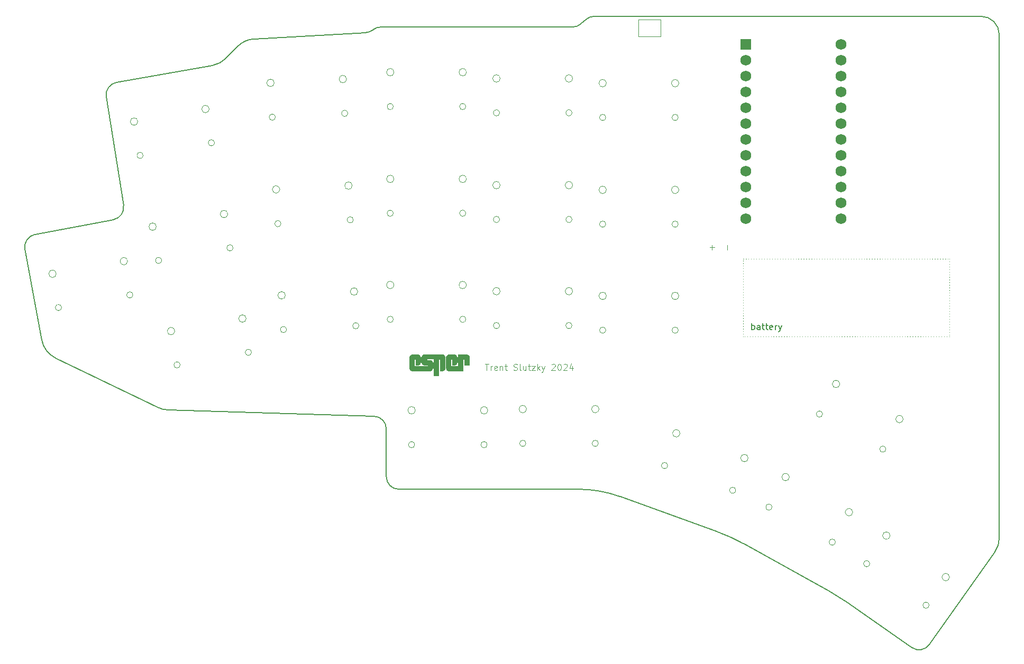
<source format=gbr>
%TF.GenerationSoftware,KiCad,Pcbnew,8.0.6*%
%TF.CreationDate,2024-11-17T18:27:12-05:00*%
%TF.ProjectId,ultra_lp_keeb,756c7472-615f-46c7-905f-6b6565622e6b,rev?*%
%TF.SameCoordinates,Original*%
%TF.FileFunction,Legend,Top*%
%TF.FilePolarity,Positive*%
%FSLAX46Y46*%
G04 Gerber Fmt 4.6, Leading zero omitted, Abs format (unit mm)*
G04 Created by KiCad (PCBNEW 8.0.6) date 2024-11-17 18:27:12*
%MOMM*%
%LPD*%
G01*
G04 APERTURE LIST*
%ADD10C,0.100000*%
%ADD11C,0.150000*%
%ADD12C,0.000000*%
%ADD13R,1.752600X1.752600*%
%ADD14C,1.752600*%
%TA.AperFunction,Profile*%
%ADD15C,0.200000*%
%TD*%
%TA.AperFunction,Profile*%
%ADD16C,0.100000*%
%TD*%
G04 APERTURE END LIST*
D10*
X182000000Y-94500000D02*
X182020000Y-94500000D01*
X182420000Y-94500000D02*
X182440000Y-94500000D01*
X182840000Y-94500000D02*
X182860000Y-94500000D01*
X183260000Y-94500000D02*
X183280000Y-94500000D01*
X183680000Y-94500000D02*
X183700000Y-94500000D01*
X184100000Y-94500000D02*
X184120000Y-94500000D01*
X184520000Y-94500000D02*
X184540000Y-94500000D01*
X184940000Y-94500000D02*
X184960000Y-94500000D01*
X185360000Y-94500000D02*
X185380000Y-94500000D01*
X185780000Y-94500000D02*
X185800000Y-94500000D01*
X186200000Y-94500000D02*
X186220000Y-94500000D01*
X186620000Y-94500000D02*
X186640000Y-94500000D01*
X187040000Y-94500000D02*
X187060000Y-94500000D01*
X187460000Y-94500000D02*
X187480000Y-94500000D01*
X187880000Y-94500000D02*
X187900000Y-94500000D01*
X188300000Y-94500000D02*
X188320000Y-94500000D01*
X188720000Y-94500000D02*
X188740000Y-94500000D01*
X189140000Y-94500000D02*
X189160000Y-94500000D01*
X189560000Y-94500000D02*
X189580000Y-94500000D01*
X189980000Y-94500000D02*
X190000000Y-94500000D01*
X190400000Y-94500000D02*
X190420000Y-94500000D01*
X190820000Y-94500000D02*
X190840000Y-94500000D01*
X191240000Y-94500000D02*
X191260000Y-94500000D01*
X191660000Y-94500000D02*
X191680000Y-94500000D01*
X192080000Y-94500000D02*
X192100000Y-94500000D01*
X192500000Y-94500000D02*
X192520000Y-94500000D01*
X192920000Y-94500000D02*
X192940000Y-94500000D01*
X193340000Y-94500000D02*
X193360000Y-94500000D01*
X193760000Y-94500000D02*
X193780000Y-94500000D01*
X194180000Y-94500000D02*
X194200000Y-94500000D01*
X194600000Y-94500000D02*
X194620000Y-94500000D01*
X195020000Y-94500000D02*
X195040000Y-94500000D01*
X195440000Y-94500000D02*
X195460000Y-94500000D01*
X195860000Y-94500000D02*
X195880000Y-94500000D01*
X196280000Y-94500000D02*
X196300000Y-94500000D01*
X196700000Y-94500000D02*
X196720000Y-94500000D01*
X197120000Y-94500000D02*
X197140000Y-94500000D01*
X197540000Y-94500000D02*
X197560000Y-94500000D01*
X197960000Y-94500000D02*
X197980000Y-94500000D01*
X198380000Y-94500000D02*
X198400000Y-94500000D01*
X198800000Y-94500000D02*
X198820000Y-94500000D01*
X199220000Y-94500000D02*
X199240000Y-94500000D01*
X199640000Y-94500000D02*
X199660000Y-94500000D01*
X200060000Y-94500000D02*
X200080000Y-94500000D01*
X200480000Y-94500000D02*
X200500000Y-94500000D01*
X200900000Y-94500000D02*
X200920000Y-94500000D01*
X201320000Y-94500000D02*
X201340000Y-94500000D01*
X201740000Y-94500000D02*
X201760000Y-94500000D01*
X202160000Y-94500000D02*
X202180000Y-94500000D01*
X202580000Y-94500000D02*
X202600000Y-94500000D01*
X203000000Y-94500000D02*
X203020000Y-94500000D01*
X203420000Y-94500000D02*
X203440000Y-94500000D01*
X203840000Y-94500000D02*
X203860000Y-94500000D01*
X204260000Y-94500000D02*
X204280000Y-94500000D01*
X204680000Y-94500000D02*
X204700000Y-94500000D01*
X205100000Y-94500000D02*
X205120000Y-94500000D01*
X205520000Y-94500000D02*
X205540000Y-94500000D01*
X205940000Y-94500000D02*
X205960000Y-94500000D01*
X206360000Y-94500000D02*
X206380000Y-94500000D01*
X206780000Y-94500000D02*
X206800000Y-94500000D01*
X207200000Y-94500000D02*
X207220000Y-94500000D01*
X207620000Y-94500000D02*
X207640000Y-94500000D01*
X208040000Y-94500000D02*
X208060000Y-94500000D01*
X208460000Y-94500000D02*
X208480000Y-94500000D01*
X208880000Y-94500000D02*
X208900000Y-94500000D01*
X209300000Y-94500000D02*
X209320000Y-94500000D01*
X209720000Y-94500000D02*
X209740000Y-94500000D01*
X210140000Y-94500000D02*
X210160000Y-94500000D01*
X210560000Y-94500000D02*
X210580000Y-94500000D01*
X210980000Y-94500000D02*
X211000000Y-94500000D01*
X211400000Y-94500000D02*
X211420000Y-94500000D01*
X211820000Y-94500000D02*
X211840000Y-94500000D01*
X212240000Y-94500000D02*
X212260000Y-94500000D01*
X212660000Y-94500000D02*
X212680000Y-94500000D01*
X213080000Y-94500000D02*
X213100000Y-94500000D01*
X213500000Y-94500000D02*
X213520000Y-94500000D01*
X213920000Y-94500000D02*
X213940000Y-94500000D01*
X214340000Y-94500000D02*
X214360000Y-94500000D01*
X214760000Y-94500000D02*
X214780000Y-94500000D01*
X215000000Y-94500000D02*
X215000000Y-94520000D01*
X215000000Y-94920000D02*
X215000000Y-94940000D01*
X215000000Y-95340000D02*
X215000000Y-95360000D01*
X215000000Y-95760000D02*
X215000000Y-95780000D01*
X215000000Y-96180000D02*
X215000000Y-96200000D01*
X215000000Y-96600000D02*
X215000000Y-96620000D01*
X215000000Y-97020000D02*
X215000000Y-97040000D01*
X215000000Y-97440000D02*
X215000000Y-97460000D01*
X215000000Y-97860000D02*
X215000000Y-97880000D01*
X215000000Y-98280000D02*
X215000000Y-98300000D01*
X215000000Y-98700000D02*
X215000000Y-98720000D01*
X215000000Y-99120000D02*
X215000000Y-99140000D01*
X215000000Y-99540000D02*
X215000000Y-99560000D01*
X215000000Y-99960000D02*
X215000000Y-99980000D01*
X215000000Y-100380000D02*
X215000000Y-100400000D01*
X215000000Y-100800000D02*
X215000000Y-100820000D01*
X215000000Y-101220000D02*
X215000000Y-101240000D01*
X215000000Y-101640000D02*
X215000000Y-101660000D01*
X215000000Y-102060000D02*
X215000000Y-102080000D01*
X215000000Y-102480000D02*
X215000000Y-102500000D01*
X215000000Y-102900000D02*
X215000000Y-102920000D01*
X215000000Y-103320000D02*
X215000000Y-103340000D01*
X215000000Y-103740000D02*
X215000000Y-103760000D01*
X215000000Y-104160000D02*
X215000000Y-104180000D01*
X215000000Y-104580000D02*
X215000000Y-104600000D01*
X215000000Y-105000000D02*
X215000000Y-105020000D01*
X215000000Y-105420000D02*
X215000000Y-105440000D01*
X215000000Y-105840000D02*
X215000000Y-105860000D01*
X215000000Y-106260000D02*
X215000000Y-106280000D01*
X215000000Y-106680000D02*
X215000000Y-106700000D01*
X215000000Y-107000000D02*
X214980000Y-107000000D01*
X214580000Y-107000000D02*
X214560000Y-107000000D01*
X214160000Y-107000000D02*
X214140000Y-107000000D01*
X213740000Y-107000000D02*
X213720000Y-107000000D01*
X213320000Y-107000000D02*
X213300000Y-107000000D01*
X212900000Y-107000000D02*
X212880000Y-107000000D01*
X212480000Y-107000000D02*
X212460000Y-107000000D01*
X212060000Y-107000000D02*
X212040000Y-107000000D01*
X211640000Y-107000000D02*
X211620000Y-107000000D01*
X211220000Y-107000000D02*
X211200000Y-107000000D01*
X210800000Y-107000000D02*
X210780000Y-107000000D01*
X210380000Y-107000000D02*
X210360000Y-107000000D01*
X209960000Y-107000000D02*
X209940000Y-107000000D01*
X209540000Y-107000000D02*
X209520000Y-107000000D01*
X209120000Y-107000000D02*
X209100000Y-107000000D01*
X208700000Y-107000000D02*
X208680000Y-107000000D01*
X208280000Y-107000000D02*
X208260000Y-107000000D01*
X207860000Y-107000000D02*
X207840000Y-107000000D01*
X207440000Y-107000000D02*
X207420000Y-107000000D01*
X207020000Y-107000000D02*
X207000000Y-107000000D01*
X206600000Y-107000000D02*
X206580000Y-107000000D01*
X206180000Y-107000000D02*
X206160000Y-107000000D01*
X205760000Y-107000000D02*
X205740000Y-107000000D01*
X205340000Y-107000000D02*
X205320000Y-107000000D01*
X204920000Y-107000000D02*
X204900000Y-107000000D01*
X204500000Y-107000000D02*
X204480000Y-107000000D01*
X204080000Y-107000000D02*
X204060000Y-107000000D01*
X203660000Y-107000000D02*
X203640000Y-107000000D01*
X203240000Y-107000000D02*
X203220000Y-107000000D01*
X202820000Y-107000000D02*
X202800000Y-107000000D01*
X202400000Y-107000000D02*
X202380000Y-107000000D01*
X201980000Y-107000000D02*
X201960000Y-107000000D01*
X201560000Y-107000000D02*
X201540000Y-107000000D01*
X201140000Y-107000000D02*
X201120000Y-107000000D01*
X200720000Y-107000000D02*
X200700000Y-107000000D01*
X200300000Y-107000000D02*
X200280000Y-107000000D01*
X199880000Y-107000000D02*
X199860000Y-107000000D01*
X199460000Y-107000000D02*
X199440000Y-107000000D01*
X199040000Y-107000000D02*
X199020000Y-107000000D01*
X198620000Y-107000000D02*
X198600000Y-107000000D01*
X198200000Y-107000000D02*
X198180000Y-107000000D01*
X197780000Y-107000000D02*
X197760000Y-107000000D01*
X197360000Y-107000000D02*
X197340000Y-107000000D01*
X196940000Y-107000000D02*
X196920000Y-107000000D01*
X196520000Y-107000000D02*
X196500000Y-107000000D01*
X196100000Y-107000000D02*
X196080000Y-107000000D01*
X195680000Y-107000000D02*
X195660000Y-107000000D01*
X195260000Y-107000000D02*
X195240000Y-107000000D01*
X194840000Y-107000000D02*
X194820000Y-107000000D01*
X194420000Y-107000000D02*
X194400000Y-107000000D01*
X194000000Y-107000000D02*
X193980000Y-107000000D01*
X193580000Y-107000000D02*
X193560000Y-107000000D01*
X193160000Y-107000000D02*
X193140000Y-107000000D01*
X192740000Y-107000000D02*
X192720000Y-107000000D01*
X192320000Y-107000000D02*
X192300000Y-107000000D01*
X191900000Y-107000000D02*
X191880000Y-107000000D01*
X191480000Y-107000000D02*
X191460000Y-107000000D01*
X191060000Y-107000000D02*
X191040000Y-107000000D01*
X190640000Y-107000000D02*
X190620000Y-107000000D01*
X190220000Y-107000000D02*
X190200000Y-107000000D01*
X189800000Y-107000000D02*
X189780000Y-107000000D01*
X189380000Y-107000000D02*
X189360000Y-107000000D01*
X188960000Y-107000000D02*
X188940000Y-107000000D01*
X188540000Y-107000000D02*
X188520000Y-107000000D01*
X188120000Y-107000000D02*
X188100000Y-107000000D01*
X187700000Y-107000000D02*
X187680000Y-107000000D01*
X187280000Y-107000000D02*
X187260000Y-107000000D01*
X186860000Y-107000000D02*
X186840000Y-107000000D01*
X186440000Y-107000000D02*
X186420000Y-107000000D01*
X186020000Y-107000000D02*
X186000000Y-107000000D01*
X185600000Y-107000000D02*
X185580000Y-107000000D01*
X185180000Y-107000000D02*
X185160000Y-107000000D01*
X184760000Y-107000000D02*
X184740000Y-107000000D01*
X184340000Y-107000000D02*
X184320000Y-107000000D01*
X183920000Y-107000000D02*
X183900000Y-107000000D01*
X183500000Y-107000000D02*
X183480000Y-107000000D01*
X183080000Y-107000000D02*
X183060000Y-107000000D01*
X182660000Y-107000000D02*
X182640000Y-107000000D01*
X182240000Y-107000000D02*
X182220000Y-107000000D01*
X182000000Y-107000000D02*
X182000000Y-106980000D01*
X182000000Y-106580000D02*
X182000000Y-106560000D01*
X182000000Y-106160000D02*
X182000000Y-106140000D01*
X182000000Y-105740000D02*
X182000000Y-105720000D01*
X182000000Y-105320000D02*
X182000000Y-105300000D01*
X182000000Y-104900000D02*
X182000000Y-104880000D01*
X182000000Y-104480000D02*
X182000000Y-104460000D01*
X182000000Y-104060000D02*
X182000000Y-104040000D01*
X182000000Y-103640000D02*
X182000000Y-103620000D01*
X182000000Y-103220000D02*
X182000000Y-103200000D01*
X182000000Y-102800000D02*
X182000000Y-102780000D01*
X182000000Y-102380000D02*
X182000000Y-102360000D01*
X182000000Y-101960000D02*
X182000000Y-101940000D01*
X182000000Y-101540000D02*
X182000000Y-101520000D01*
X182000000Y-101120000D02*
X182000000Y-101100000D01*
X182000000Y-100700000D02*
X182000000Y-100680000D01*
X182000000Y-100280000D02*
X182000000Y-100260000D01*
X182000000Y-99860000D02*
X182000000Y-99840000D01*
X182000000Y-99440000D02*
X182000000Y-99420000D01*
X182000000Y-99020000D02*
X182000000Y-99000000D01*
X182000000Y-98600000D02*
X182000000Y-98580000D01*
X182000000Y-98180000D02*
X182000000Y-98160000D01*
X182000000Y-97760000D02*
X182000000Y-97740000D01*
X182000000Y-97340000D02*
X182000000Y-97320000D01*
X182000000Y-96920000D02*
X182000000Y-96900000D01*
X182000000Y-96500000D02*
X182000000Y-96480000D01*
X182000000Y-96080000D02*
X182000000Y-96060000D01*
X182000000Y-95660000D02*
X182000000Y-95640000D01*
X182000000Y-95240000D02*
X182000000Y-95220000D01*
X182000000Y-94820000D02*
X182000000Y-94800000D01*
D11*
X183336779Y-105869819D02*
X183336779Y-104869819D01*
X183336779Y-105250771D02*
X183432017Y-105203152D01*
X183432017Y-105203152D02*
X183622493Y-105203152D01*
X183622493Y-105203152D02*
X183717731Y-105250771D01*
X183717731Y-105250771D02*
X183765350Y-105298390D01*
X183765350Y-105298390D02*
X183812969Y-105393628D01*
X183812969Y-105393628D02*
X183812969Y-105679342D01*
X183812969Y-105679342D02*
X183765350Y-105774580D01*
X183765350Y-105774580D02*
X183717731Y-105822200D01*
X183717731Y-105822200D02*
X183622493Y-105869819D01*
X183622493Y-105869819D02*
X183432017Y-105869819D01*
X183432017Y-105869819D02*
X183336779Y-105822200D01*
X184670112Y-105869819D02*
X184670112Y-105346009D01*
X184670112Y-105346009D02*
X184622493Y-105250771D01*
X184622493Y-105250771D02*
X184527255Y-105203152D01*
X184527255Y-105203152D02*
X184336779Y-105203152D01*
X184336779Y-105203152D02*
X184241541Y-105250771D01*
X184670112Y-105822200D02*
X184574874Y-105869819D01*
X184574874Y-105869819D02*
X184336779Y-105869819D01*
X184336779Y-105869819D02*
X184241541Y-105822200D01*
X184241541Y-105822200D02*
X184193922Y-105726961D01*
X184193922Y-105726961D02*
X184193922Y-105631723D01*
X184193922Y-105631723D02*
X184241541Y-105536485D01*
X184241541Y-105536485D02*
X184336779Y-105488866D01*
X184336779Y-105488866D02*
X184574874Y-105488866D01*
X184574874Y-105488866D02*
X184670112Y-105441247D01*
X185003446Y-105203152D02*
X185384398Y-105203152D01*
X185146303Y-104869819D02*
X185146303Y-105726961D01*
X185146303Y-105726961D02*
X185193922Y-105822200D01*
X185193922Y-105822200D02*
X185289160Y-105869819D01*
X185289160Y-105869819D02*
X185384398Y-105869819D01*
X185574875Y-105203152D02*
X185955827Y-105203152D01*
X185717732Y-104869819D02*
X185717732Y-105726961D01*
X185717732Y-105726961D02*
X185765351Y-105822200D01*
X185765351Y-105822200D02*
X185860589Y-105869819D01*
X185860589Y-105869819D02*
X185955827Y-105869819D01*
X186670113Y-105822200D02*
X186574875Y-105869819D01*
X186574875Y-105869819D02*
X186384399Y-105869819D01*
X186384399Y-105869819D02*
X186289161Y-105822200D01*
X186289161Y-105822200D02*
X186241542Y-105726961D01*
X186241542Y-105726961D02*
X186241542Y-105346009D01*
X186241542Y-105346009D02*
X186289161Y-105250771D01*
X186289161Y-105250771D02*
X186384399Y-105203152D01*
X186384399Y-105203152D02*
X186574875Y-105203152D01*
X186574875Y-105203152D02*
X186670113Y-105250771D01*
X186670113Y-105250771D02*
X186717732Y-105346009D01*
X186717732Y-105346009D02*
X186717732Y-105441247D01*
X186717732Y-105441247D02*
X186241542Y-105536485D01*
X187146304Y-105869819D02*
X187146304Y-105203152D01*
X187146304Y-105393628D02*
X187193923Y-105298390D01*
X187193923Y-105298390D02*
X187241542Y-105250771D01*
X187241542Y-105250771D02*
X187336780Y-105203152D01*
X187336780Y-105203152D02*
X187432018Y-105203152D01*
X187670114Y-105203152D02*
X187908209Y-105869819D01*
X188146304Y-105203152D02*
X187908209Y-105869819D01*
X187908209Y-105869819D02*
X187812971Y-106107914D01*
X187812971Y-106107914D02*
X187765352Y-106155533D01*
X187765352Y-106155533D02*
X187670114Y-106203152D01*
D10*
X140661027Y-111372419D02*
X141232455Y-111372419D01*
X140946741Y-112372419D02*
X140946741Y-111372419D01*
X141565789Y-112372419D02*
X141565789Y-111705752D01*
X141565789Y-111896228D02*
X141613408Y-111800990D01*
X141613408Y-111800990D02*
X141661027Y-111753371D01*
X141661027Y-111753371D02*
X141756265Y-111705752D01*
X141756265Y-111705752D02*
X141851503Y-111705752D01*
X142565789Y-112324800D02*
X142470551Y-112372419D01*
X142470551Y-112372419D02*
X142280075Y-112372419D01*
X142280075Y-112372419D02*
X142184837Y-112324800D01*
X142184837Y-112324800D02*
X142137218Y-112229561D01*
X142137218Y-112229561D02*
X142137218Y-111848609D01*
X142137218Y-111848609D02*
X142184837Y-111753371D01*
X142184837Y-111753371D02*
X142280075Y-111705752D01*
X142280075Y-111705752D02*
X142470551Y-111705752D01*
X142470551Y-111705752D02*
X142565789Y-111753371D01*
X142565789Y-111753371D02*
X142613408Y-111848609D01*
X142613408Y-111848609D02*
X142613408Y-111943847D01*
X142613408Y-111943847D02*
X142137218Y-112039085D01*
X143041980Y-111705752D02*
X143041980Y-112372419D01*
X143041980Y-111800990D02*
X143089599Y-111753371D01*
X143089599Y-111753371D02*
X143184837Y-111705752D01*
X143184837Y-111705752D02*
X143327694Y-111705752D01*
X143327694Y-111705752D02*
X143422932Y-111753371D01*
X143422932Y-111753371D02*
X143470551Y-111848609D01*
X143470551Y-111848609D02*
X143470551Y-112372419D01*
X143803885Y-111705752D02*
X144184837Y-111705752D01*
X143946742Y-111372419D02*
X143946742Y-112229561D01*
X143946742Y-112229561D02*
X143994361Y-112324800D01*
X143994361Y-112324800D02*
X144089599Y-112372419D01*
X144089599Y-112372419D02*
X144184837Y-112372419D01*
X145232457Y-112324800D02*
X145375314Y-112372419D01*
X145375314Y-112372419D02*
X145613409Y-112372419D01*
X145613409Y-112372419D02*
X145708647Y-112324800D01*
X145708647Y-112324800D02*
X145756266Y-112277180D01*
X145756266Y-112277180D02*
X145803885Y-112181942D01*
X145803885Y-112181942D02*
X145803885Y-112086704D01*
X145803885Y-112086704D02*
X145756266Y-111991466D01*
X145756266Y-111991466D02*
X145708647Y-111943847D01*
X145708647Y-111943847D02*
X145613409Y-111896228D01*
X145613409Y-111896228D02*
X145422933Y-111848609D01*
X145422933Y-111848609D02*
X145327695Y-111800990D01*
X145327695Y-111800990D02*
X145280076Y-111753371D01*
X145280076Y-111753371D02*
X145232457Y-111658133D01*
X145232457Y-111658133D02*
X145232457Y-111562895D01*
X145232457Y-111562895D02*
X145280076Y-111467657D01*
X145280076Y-111467657D02*
X145327695Y-111420038D01*
X145327695Y-111420038D02*
X145422933Y-111372419D01*
X145422933Y-111372419D02*
X145661028Y-111372419D01*
X145661028Y-111372419D02*
X145803885Y-111420038D01*
X146375314Y-112372419D02*
X146280076Y-112324800D01*
X146280076Y-112324800D02*
X146232457Y-112229561D01*
X146232457Y-112229561D02*
X146232457Y-111372419D01*
X147184838Y-111705752D02*
X147184838Y-112372419D01*
X146756267Y-111705752D02*
X146756267Y-112229561D01*
X146756267Y-112229561D02*
X146803886Y-112324800D01*
X146803886Y-112324800D02*
X146899124Y-112372419D01*
X146899124Y-112372419D02*
X147041981Y-112372419D01*
X147041981Y-112372419D02*
X147137219Y-112324800D01*
X147137219Y-112324800D02*
X147184838Y-112277180D01*
X147518172Y-111705752D02*
X147899124Y-111705752D01*
X147661029Y-111372419D02*
X147661029Y-112229561D01*
X147661029Y-112229561D02*
X147708648Y-112324800D01*
X147708648Y-112324800D02*
X147803886Y-112372419D01*
X147803886Y-112372419D02*
X147899124Y-112372419D01*
X148137220Y-111705752D02*
X148661029Y-111705752D01*
X148661029Y-111705752D02*
X148137220Y-112372419D01*
X148137220Y-112372419D02*
X148661029Y-112372419D01*
X149041982Y-112372419D02*
X149041982Y-111372419D01*
X149137220Y-111991466D02*
X149422934Y-112372419D01*
X149422934Y-111705752D02*
X149041982Y-112086704D01*
X149756268Y-111705752D02*
X149994363Y-112372419D01*
X150232458Y-111705752D02*
X149994363Y-112372419D01*
X149994363Y-112372419D02*
X149899125Y-112610514D01*
X149899125Y-112610514D02*
X149851506Y-112658133D01*
X149851506Y-112658133D02*
X149756268Y-112705752D01*
X151327697Y-111467657D02*
X151375316Y-111420038D01*
X151375316Y-111420038D02*
X151470554Y-111372419D01*
X151470554Y-111372419D02*
X151708649Y-111372419D01*
X151708649Y-111372419D02*
X151803887Y-111420038D01*
X151803887Y-111420038D02*
X151851506Y-111467657D01*
X151851506Y-111467657D02*
X151899125Y-111562895D01*
X151899125Y-111562895D02*
X151899125Y-111658133D01*
X151899125Y-111658133D02*
X151851506Y-111800990D01*
X151851506Y-111800990D02*
X151280078Y-112372419D01*
X151280078Y-112372419D02*
X151899125Y-112372419D01*
X152518173Y-111372419D02*
X152613411Y-111372419D01*
X152613411Y-111372419D02*
X152708649Y-111420038D01*
X152708649Y-111420038D02*
X152756268Y-111467657D01*
X152756268Y-111467657D02*
X152803887Y-111562895D01*
X152803887Y-111562895D02*
X152851506Y-111753371D01*
X152851506Y-111753371D02*
X152851506Y-111991466D01*
X152851506Y-111991466D02*
X152803887Y-112181942D01*
X152803887Y-112181942D02*
X152756268Y-112277180D01*
X152756268Y-112277180D02*
X152708649Y-112324800D01*
X152708649Y-112324800D02*
X152613411Y-112372419D01*
X152613411Y-112372419D02*
X152518173Y-112372419D01*
X152518173Y-112372419D02*
X152422935Y-112324800D01*
X152422935Y-112324800D02*
X152375316Y-112277180D01*
X152375316Y-112277180D02*
X152327697Y-112181942D01*
X152327697Y-112181942D02*
X152280078Y-111991466D01*
X152280078Y-111991466D02*
X152280078Y-111753371D01*
X152280078Y-111753371D02*
X152327697Y-111562895D01*
X152327697Y-111562895D02*
X152375316Y-111467657D01*
X152375316Y-111467657D02*
X152422935Y-111420038D01*
X152422935Y-111420038D02*
X152518173Y-111372419D01*
X153232459Y-111467657D02*
X153280078Y-111420038D01*
X153280078Y-111420038D02*
X153375316Y-111372419D01*
X153375316Y-111372419D02*
X153613411Y-111372419D01*
X153613411Y-111372419D02*
X153708649Y-111420038D01*
X153708649Y-111420038D02*
X153756268Y-111467657D01*
X153756268Y-111467657D02*
X153803887Y-111562895D01*
X153803887Y-111562895D02*
X153803887Y-111658133D01*
X153803887Y-111658133D02*
X153756268Y-111800990D01*
X153756268Y-111800990D02*
X153184840Y-112372419D01*
X153184840Y-112372419D02*
X153803887Y-112372419D01*
X154661030Y-111705752D02*
X154661030Y-112372419D01*
X154422935Y-111324800D02*
X154184840Y-112039085D01*
X154184840Y-112039085D02*
X154803887Y-112039085D01*
X177008533Y-92303884D02*
X177008533Y-93065789D01*
X176627580Y-92684836D02*
X177389485Y-92684836D01*
X179408533Y-92303884D02*
X179408533Y-93065789D01*
%TO.C,REF\u002A\u002A*%
X165250000Y-56200000D02*
X168750000Y-56200000D01*
X168750000Y-58900000D01*
X165250000Y-58900000D01*
X165250000Y-56200000D01*
D12*
%TO.C,G\u002A\u002A\u002A*%
G36*
X135320942Y-109830480D02*
G01*
X135423852Y-109830482D01*
X135512533Y-109830558D01*
X135588285Y-109830816D01*
X135652409Y-109831362D01*
X135706206Y-109832302D01*
X135750976Y-109833745D01*
X135788020Y-109835795D01*
X135818639Y-109838560D01*
X135844134Y-109842147D01*
X135865805Y-109846663D01*
X135884954Y-109852213D01*
X135902880Y-109858906D01*
X135920885Y-109866846D01*
X135940270Y-109876142D01*
X135952927Y-109882329D01*
X136005189Y-109913977D01*
X136057539Y-109956620D01*
X136105939Y-110006283D01*
X136146349Y-110058989D01*
X136165857Y-110091911D01*
X136177720Y-110115083D01*
X136187891Y-110136296D01*
X136196500Y-110156911D01*
X136203676Y-110178293D01*
X136209550Y-110201803D01*
X136214251Y-110228804D01*
X136217909Y-110260659D01*
X136220653Y-110298732D01*
X136222613Y-110344384D01*
X136223918Y-110398979D01*
X136224698Y-110463879D01*
X136225083Y-110540448D01*
X136225203Y-110630048D01*
X136225193Y-110715714D01*
X136225142Y-110815146D01*
X136224988Y-110900413D01*
X136224617Y-110972880D01*
X136223914Y-111033913D01*
X136222766Y-111084877D01*
X136221057Y-111127138D01*
X136218675Y-111162061D01*
X136215504Y-111191011D01*
X136211429Y-111215353D01*
X136206338Y-111236453D01*
X136200115Y-111255677D01*
X136192647Y-111274390D01*
X136183818Y-111293957D01*
X136175281Y-111312023D01*
X136131218Y-111388577D01*
X136077028Y-111453486D01*
X136012025Y-111507438D01*
X135937185Y-111550335D01*
X135907859Y-111563668D01*
X135880927Y-111574204D01*
X135854015Y-111582268D01*
X135824750Y-111588187D01*
X135790755Y-111592284D01*
X135749658Y-111594885D01*
X135699082Y-111596315D01*
X135636655Y-111596899D01*
X135596607Y-111596978D01*
X135398594Y-111597065D01*
X135394711Y-111125977D01*
X135390829Y-110654888D01*
X135372169Y-110638710D01*
X135352922Y-110625988D01*
X135332514Y-110623307D01*
X135310924Y-110627507D01*
X135303034Y-110629782D01*
X135296242Y-110632806D01*
X135290468Y-110637686D01*
X135285627Y-110645527D01*
X135281638Y-110657434D01*
X135278419Y-110674513D01*
X135275886Y-110697870D01*
X135273958Y-110728609D01*
X135272552Y-110767837D01*
X135271586Y-110816659D01*
X135270977Y-110876180D01*
X135270642Y-110947507D01*
X135270501Y-111031744D01*
X135270469Y-111129997D01*
X135270468Y-111170103D01*
X135270485Y-111272001D01*
X135270579Y-111359522D01*
X135270815Y-111433817D01*
X135271259Y-111496041D01*
X135271976Y-111547345D01*
X135273030Y-111588883D01*
X135274488Y-111621807D01*
X135276414Y-111647271D01*
X135278873Y-111666426D01*
X135281932Y-111680426D01*
X135285654Y-111690424D01*
X135290105Y-111697572D01*
X135295350Y-111703024D01*
X135300856Y-111707472D01*
X135307213Y-111709495D01*
X135321223Y-111711240D01*
X135343765Y-111712722D01*
X135375716Y-111713960D01*
X135417955Y-111714970D01*
X135471360Y-111715768D01*
X135536809Y-111716372D01*
X135615179Y-111716797D01*
X135707350Y-111717061D01*
X135810738Y-111717179D01*
X136308299Y-111717426D01*
X136325151Y-111699487D01*
X136342003Y-111681549D01*
X136343976Y-110757956D01*
X136345950Y-109834363D01*
X137060349Y-109832170D01*
X137183327Y-109831814D01*
X137291757Y-109831559D01*
X137386621Y-109831416D01*
X137468903Y-109831399D01*
X137539584Y-109831522D01*
X137599646Y-109831798D01*
X137650073Y-109832240D01*
X137691847Y-109832861D01*
X137725949Y-109833675D01*
X137753363Y-109834695D01*
X137775070Y-109835934D01*
X137792054Y-109837406D01*
X137805296Y-109839123D01*
X137815779Y-109841100D01*
X137821339Y-109842465D01*
X137899935Y-109870969D01*
X137973094Y-109912082D01*
X138038590Y-109963997D01*
X138094198Y-110024911D01*
X138137692Y-110093015D01*
X138142825Y-110103306D01*
X138152002Y-110122299D01*
X138160105Y-110139547D01*
X138167197Y-110156090D01*
X138173343Y-110172974D01*
X138178606Y-110191241D01*
X138183051Y-110211934D01*
X138186741Y-110236097D01*
X138189741Y-110264773D01*
X138192116Y-110299005D01*
X138193928Y-110339836D01*
X138195242Y-110388310D01*
X138196123Y-110445470D01*
X138196634Y-110512359D01*
X138196839Y-110590021D01*
X138196803Y-110679498D01*
X138196589Y-110781834D01*
X138196262Y-110898072D01*
X138196053Y-110969729D01*
X138194069Y-111659187D01*
X137763100Y-111659187D01*
X137332131Y-111659187D01*
X137328249Y-111155701D01*
X137324366Y-110652214D01*
X137306034Y-110637373D01*
X137279566Y-110624182D01*
X137252652Y-110626427D01*
X137233985Y-110637375D01*
X137215653Y-110652218D01*
X137211770Y-111590554D01*
X137207888Y-112528890D01*
X136035341Y-112529936D01*
X135900938Y-112530012D01*
X135770363Y-112530000D01*
X135644501Y-112529903D01*
X135524238Y-112529726D01*
X135410458Y-112529473D01*
X135304046Y-112529148D01*
X135205887Y-112528755D01*
X135116867Y-112528299D01*
X135037869Y-112527784D01*
X134969780Y-112527212D01*
X134913483Y-112526590D01*
X134869865Y-112525921D01*
X134839809Y-112525208D01*
X134824201Y-112524457D01*
X134822778Y-112524284D01*
X134757043Y-112506961D01*
X134689604Y-112477739D01*
X134625032Y-112438928D01*
X134574511Y-112398946D01*
X134545230Y-112367994D01*
X134514265Y-112327955D01*
X134485439Y-112284266D01*
X134462576Y-112242361D01*
X134459239Y-112235090D01*
X134452895Y-112220839D01*
X134447208Y-112207727D01*
X134442143Y-112194871D01*
X134437662Y-112181387D01*
X134433731Y-112166393D01*
X134430314Y-112149006D01*
X134427374Y-112128342D01*
X134424877Y-112103518D01*
X134422785Y-112073651D01*
X134421063Y-112037858D01*
X134419675Y-111995255D01*
X134418585Y-111944960D01*
X134417757Y-111886090D01*
X134417156Y-111817760D01*
X134416746Y-111739089D01*
X134416490Y-111649192D01*
X134416353Y-111547188D01*
X134416299Y-111432191D01*
X134416291Y-111303320D01*
X134416295Y-111178504D01*
X134416302Y-111040217D01*
X134416332Y-110916577D01*
X134416399Y-110806700D01*
X134416517Y-110709702D01*
X134416700Y-110624698D01*
X134416962Y-110550805D01*
X134417316Y-110487140D01*
X134417777Y-110432818D01*
X134418360Y-110386956D01*
X134419076Y-110348669D01*
X134419942Y-110317074D01*
X134420969Y-110291286D01*
X134422174Y-110270423D01*
X134423568Y-110253600D01*
X134425168Y-110239933D01*
X134426985Y-110228538D01*
X134429035Y-110218532D01*
X134431331Y-110209031D01*
X134431608Y-110207943D01*
X134456192Y-110133732D01*
X134490748Y-110067532D01*
X134537453Y-110005586D01*
X134567352Y-109973718D01*
X134605501Y-109937725D01*
X134639668Y-109910894D01*
X134674680Y-109889600D01*
X134688957Y-109882329D01*
X134709771Y-109872180D01*
X134728436Y-109863450D01*
X134746252Y-109856031D01*
X134764520Y-109849817D01*
X134784540Y-109844702D01*
X134807614Y-109840578D01*
X134835042Y-109837339D01*
X134868125Y-109834878D01*
X134908163Y-109833089D01*
X134956458Y-109831864D01*
X135014310Y-109831097D01*
X135083020Y-109830682D01*
X135163889Y-109830511D01*
X135258217Y-109830478D01*
X135320942Y-109830480D01*
G37*
G36*
X129541659Y-109829117D02*
G01*
X129621680Y-109829500D01*
X129698588Y-109830206D01*
X129770687Y-109831237D01*
X129836284Y-109832593D01*
X129893682Y-109834276D01*
X129941189Y-109836287D01*
X129977109Y-109838627D01*
X129999747Y-109841298D01*
X130003336Y-109842069D01*
X130079088Y-109869223D01*
X130150802Y-109909667D01*
X130216225Y-109961338D01*
X130273103Y-110022173D01*
X130319182Y-110090111D01*
X130351308Y-110160501D01*
X130356782Y-110176788D01*
X130361450Y-110192999D01*
X130365377Y-110210470D01*
X130368627Y-110230540D01*
X130371266Y-110254543D01*
X130373357Y-110283817D01*
X130374967Y-110319698D01*
X130376159Y-110363523D01*
X130376999Y-110416628D01*
X130377551Y-110480349D01*
X130377880Y-110556023D01*
X130378051Y-110644987D01*
X130378109Y-110713394D01*
X130378140Y-110811133D01*
X130378058Y-110894692D01*
X130377797Y-110965421D01*
X130377290Y-111024671D01*
X130376472Y-111073791D01*
X130375277Y-111114133D01*
X130373637Y-111147046D01*
X130371486Y-111173880D01*
X130368758Y-111195986D01*
X130365387Y-111214714D01*
X130361306Y-111231414D01*
X130356449Y-111247437D01*
X130351091Y-111263161D01*
X130315382Y-111342184D01*
X130267183Y-111412848D01*
X130207747Y-111474032D01*
X130138324Y-111524614D01*
X130060166Y-111563472D01*
X129991265Y-111585595D01*
X129969820Y-111590553D01*
X129948893Y-111594296D01*
X129925990Y-111596958D01*
X129898620Y-111598670D01*
X129864291Y-111599564D01*
X129820508Y-111599774D01*
X129764781Y-111599432D01*
X129736057Y-111599143D01*
X129543626Y-111597065D01*
X129539743Y-111119801D01*
X129535861Y-110642536D01*
X129515910Y-110631340D01*
X129488887Y-110624342D01*
X129460971Y-110630258D01*
X129443221Y-110642511D01*
X129440783Y-110646246D01*
X129438687Y-110652948D01*
X129436911Y-110663719D01*
X129435427Y-110679658D01*
X129434210Y-110701869D01*
X129433235Y-110731452D01*
X129432476Y-110769509D01*
X129431908Y-110817140D01*
X129431506Y-110875448D01*
X129431243Y-110945534D01*
X129431095Y-111028499D01*
X129431035Y-111125444D01*
X129431031Y-111169180D01*
X129431031Y-111683658D01*
X129449003Y-111700542D01*
X129466975Y-111717426D01*
X130457620Y-111717426D01*
X130602052Y-111717420D01*
X130731760Y-111717393D01*
X130847554Y-111717335D01*
X130950239Y-111717234D01*
X131040623Y-111717077D01*
X131119514Y-111716854D01*
X131187719Y-111716553D01*
X131246045Y-111716162D01*
X131295301Y-111715669D01*
X131336292Y-111715063D01*
X131369828Y-111714332D01*
X131396714Y-111713465D01*
X131417759Y-111712450D01*
X131433770Y-111711275D01*
X131445554Y-111709929D01*
X131453918Y-111708400D01*
X131459671Y-111706676D01*
X131463620Y-111704746D01*
X131466208Y-111702896D01*
X131480067Y-111684977D01*
X131484152Y-111659187D01*
X131480033Y-111633316D01*
X131466208Y-111615478D01*
X131460380Y-111611474D01*
X131452733Y-111608279D01*
X131441584Y-111605802D01*
X131425251Y-111603952D01*
X131402051Y-111602639D01*
X131370301Y-111601772D01*
X131328317Y-111601262D01*
X131274417Y-111601018D01*
X131206917Y-111600948D01*
X131195715Y-111600948D01*
X131122413Y-111600682D01*
X131057545Y-111599911D01*
X131002537Y-111598677D01*
X130958816Y-111597022D01*
X130927808Y-111594986D01*
X130911204Y-111592681D01*
X130855895Y-111577246D01*
X130811241Y-111561774D01*
X130772496Y-111544242D01*
X130734914Y-111522624D01*
X130712647Y-111508007D01*
X130653747Y-111459782D01*
X130600100Y-111399387D01*
X130583003Y-111375757D01*
X130563314Y-111344613D01*
X130546020Y-111312951D01*
X130533069Y-111284746D01*
X130526410Y-111263970D01*
X130525925Y-111259373D01*
X130522182Y-111243810D01*
X130519413Y-111239477D01*
X130514257Y-111230861D01*
X130509834Y-111216859D01*
X130506094Y-111196421D01*
X130502989Y-111168497D01*
X130500469Y-111132036D01*
X130498486Y-111085987D01*
X130496989Y-111029300D01*
X130495930Y-110960923D01*
X130495260Y-110879808D01*
X130494929Y-110784902D01*
X130494873Y-110714818D01*
X130494936Y-110617460D01*
X130495179Y-110534197D01*
X130495690Y-110463593D01*
X130496559Y-110404215D01*
X130497872Y-110354626D01*
X130499720Y-110313391D01*
X130502190Y-110279076D01*
X130505371Y-110250245D01*
X130509351Y-110225462D01*
X130514219Y-110203294D01*
X130520063Y-110182305D01*
X130526972Y-110161059D01*
X130529451Y-110153888D01*
X130558957Y-110088093D01*
X130599371Y-110025080D01*
X130646984Y-109970410D01*
X130659805Y-109958496D01*
X130679744Y-109942089D01*
X130704341Y-109923589D01*
X130730067Y-109905427D01*
X130753392Y-109890036D01*
X130770785Y-109879845D01*
X130778006Y-109877071D01*
X130787107Y-109874191D01*
X130805155Y-109866903D01*
X130815264Y-109862525D01*
X130844195Y-109851024D01*
X130874244Y-109840924D01*
X130880143Y-109839229D01*
X130889182Y-109838084D01*
X130907859Y-109837029D01*
X130936567Y-109836063D01*
X130975699Y-109835182D01*
X131025649Y-109834384D01*
X131086809Y-109833668D01*
X131159573Y-109833031D01*
X131244334Y-109832471D01*
X131341485Y-109831985D01*
X131451420Y-109831572D01*
X131574531Y-109831228D01*
X131711211Y-109830952D01*
X131861854Y-109830742D01*
X132026853Y-109830594D01*
X132206601Y-109830508D01*
X132398900Y-109830480D01*
X132577382Y-109830482D01*
X132741004Y-109830492D01*
X132890435Y-109830517D01*
X133026345Y-109830564D01*
X133149404Y-109830640D01*
X133260283Y-109830751D01*
X133359650Y-109830906D01*
X133448177Y-109831110D01*
X133526532Y-109831371D01*
X133595386Y-109831695D01*
X133655408Y-109832089D01*
X133707269Y-109832561D01*
X133751639Y-109833117D01*
X133789187Y-109833765D01*
X133820583Y-109834510D01*
X133846497Y-109835361D01*
X133867600Y-109836323D01*
X133884560Y-109837404D01*
X133898048Y-109838611D01*
X133908734Y-109839950D01*
X133917288Y-109841430D01*
X133924379Y-109843055D01*
X133930678Y-109844834D01*
X133935511Y-109846345D01*
X134020585Y-109881101D01*
X134095918Y-109927805D01*
X134160933Y-109985870D01*
X134215054Y-110054704D01*
X134257704Y-110133719D01*
X134282220Y-110200650D01*
X134284301Y-110208419D01*
X134286165Y-110217692D01*
X134287827Y-110229337D01*
X134289303Y-110244223D01*
X134290605Y-110263216D01*
X134291750Y-110287186D01*
X134292751Y-110317000D01*
X134293623Y-110353526D01*
X134294380Y-110397633D01*
X134295038Y-110450188D01*
X134295610Y-110512059D01*
X134296111Y-110584114D01*
X134296555Y-110667221D01*
X134296958Y-110762249D01*
X134297334Y-110870065D01*
X134297696Y-110991537D01*
X134298061Y-111127534D01*
X134298120Y-111150566D01*
X134298461Y-111308609D01*
X134298638Y-111451428D01*
X134298648Y-111579325D01*
X134298489Y-111692606D01*
X134298159Y-111791575D01*
X134297657Y-111876536D01*
X134296980Y-111947793D01*
X134296127Y-112005651D01*
X134295095Y-112050414D01*
X134293882Y-112082387D01*
X134292488Y-112101873D01*
X134291975Y-112105686D01*
X134272493Y-112187748D01*
X134242399Y-112260309D01*
X134200095Y-112326381D01*
X134143982Y-112388977D01*
X134139123Y-112393663D01*
X134093442Y-112433700D01*
X134050168Y-112463468D01*
X134020176Y-112479372D01*
X133991070Y-112492937D01*
X133965563Y-112503771D01*
X133941417Y-112512178D01*
X133916396Y-112518467D01*
X133888262Y-112522943D01*
X133854779Y-112525914D01*
X133813710Y-112527687D01*
X133762817Y-112528568D01*
X133699865Y-112528865D01*
X133659187Y-112528890D01*
X133433996Y-112528890D01*
X133430113Y-111590554D01*
X133426231Y-110652218D01*
X133407899Y-110637375D01*
X133381432Y-110624182D01*
X133354519Y-110626427D01*
X133335850Y-110637375D01*
X133317518Y-110652219D01*
X133313635Y-111978815D01*
X133309753Y-113305411D01*
X132886549Y-113307271D01*
X132806732Y-113307511D01*
X132731477Y-113307521D01*
X132662238Y-113307317D01*
X132600464Y-113306914D01*
X132547607Y-113306324D01*
X132505120Y-113305564D01*
X132474452Y-113304647D01*
X132457056Y-113303589D01*
X132453660Y-113302944D01*
X132452385Y-113299246D01*
X132451208Y-113289460D01*
X132450127Y-113273008D01*
X132449134Y-113249311D01*
X132448227Y-113217791D01*
X132447399Y-113177869D01*
X132446645Y-113128965D01*
X132445961Y-113070502D01*
X132445341Y-113001900D01*
X132444781Y-112922581D01*
X132444275Y-112831966D01*
X132443818Y-112729476D01*
X132443405Y-112614532D01*
X132443032Y-112486556D01*
X132442694Y-112344969D01*
X132442384Y-112189191D01*
X132442099Y-112018645D01*
X132442013Y-111961585D01*
X132440049Y-110626414D01*
X131936956Y-110624416D01*
X131433862Y-110622418D01*
X131414745Y-110641535D01*
X131398698Y-110666484D01*
X131397901Y-110692924D01*
X131410460Y-110716795D01*
X131425292Y-110735127D01*
X131676418Y-110739776D01*
X131749066Y-110741166D01*
X131808297Y-110742594D01*
X131856222Y-110744395D01*
X131894951Y-110746903D01*
X131926594Y-110750454D01*
X131953263Y-110755381D01*
X131977068Y-110762019D01*
X132000119Y-110770702D01*
X132024528Y-110781765D01*
X132052404Y-110795542D01*
X132063471Y-110801119D01*
X132107362Y-110828560D01*
X132153375Y-110866381D01*
X132197613Y-110910642D01*
X132236180Y-110957406D01*
X132265179Y-111002735D01*
X132267571Y-111007373D01*
X132278606Y-111029249D01*
X132288088Y-111048563D01*
X132296136Y-111066632D01*
X132302868Y-111084775D01*
X132308399Y-111104308D01*
X132312849Y-111126551D01*
X132316334Y-111152820D01*
X132318972Y-111184433D01*
X132320879Y-111222709D01*
X132322175Y-111268964D01*
X132322975Y-111324518D01*
X132323398Y-111390687D01*
X132323560Y-111468790D01*
X132323579Y-111560144D01*
X132323571Y-111635891D01*
X132323545Y-111735037D01*
X132323444Y-111819904D01*
X132323235Y-111891743D01*
X132322883Y-111951806D01*
X132322356Y-112001342D01*
X132321617Y-112041605D01*
X132320635Y-112073844D01*
X132319375Y-112099311D01*
X132317804Y-112119257D01*
X132315886Y-112134934D01*
X132313590Y-112147592D01*
X132310879Y-112158483D01*
X132309276Y-112163925D01*
X132275620Y-112248021D01*
X132229289Y-112323776D01*
X132171318Y-112390149D01*
X132102742Y-112446096D01*
X132024596Y-112490574D01*
X131960110Y-112515850D01*
X131954400Y-112517428D01*
X131947015Y-112518875D01*
X131937290Y-112520196D01*
X131924564Y-112521396D01*
X131908174Y-112522481D01*
X131887457Y-112523457D01*
X131861751Y-112524330D01*
X131830392Y-112525105D01*
X131792718Y-112525788D01*
X131748066Y-112526385D01*
X131695774Y-112526901D01*
X131635179Y-112527343D01*
X131565618Y-112527715D01*
X131486428Y-112528023D01*
X131396947Y-112528274D01*
X131296512Y-112528473D01*
X131184461Y-112528625D01*
X131060130Y-112528737D01*
X130922857Y-112528813D01*
X130771979Y-112528861D01*
X130606834Y-112528884D01*
X130444390Y-112528890D01*
X128969001Y-112528890D01*
X128912043Y-112508084D01*
X128828705Y-112470308D01*
X128756271Y-112421700D01*
X128694398Y-112361907D01*
X128642741Y-112290579D01*
X128600957Y-112207365D01*
X128590084Y-112179456D01*
X128573027Y-112132864D01*
X128570848Y-111207382D01*
X128570497Y-111063485D01*
X128570187Y-110934241D01*
X128569960Y-110818771D01*
X128569859Y-110716196D01*
X128569925Y-110625638D01*
X128570202Y-110546220D01*
X128570732Y-110477062D01*
X128571557Y-110417286D01*
X128572719Y-110366015D01*
X128574262Y-110322369D01*
X128576228Y-110285471D01*
X128578659Y-110254442D01*
X128581597Y-110228404D01*
X128585086Y-110206479D01*
X128589167Y-110187788D01*
X128593882Y-110171453D01*
X128599276Y-110156596D01*
X128605389Y-110142338D01*
X128612265Y-110127802D01*
X128619945Y-110112108D01*
X128624219Y-110103306D01*
X128665806Y-110034293D01*
X128719889Y-109972191D01*
X128784310Y-109918761D01*
X128856915Y-109875766D01*
X128935547Y-109844968D01*
X128943017Y-109842807D01*
X128960970Y-109840022D01*
X128992755Y-109837549D01*
X129036679Y-109835388D01*
X129091046Y-109833541D01*
X129154161Y-109832010D01*
X129224331Y-109830794D01*
X129299860Y-109829896D01*
X129379055Y-109829316D01*
X129460219Y-109829056D01*
X129541659Y-109829117D01*
G37*
%TD*%
D13*
%TO.C,U1*%
X182383670Y-60145502D03*
D14*
X182383670Y-62685502D03*
X182383670Y-65225502D03*
X182383670Y-67765502D03*
X182383670Y-70305502D03*
X182383670Y-72845502D03*
X182383670Y-75385502D03*
X182383670Y-77925502D03*
X182383670Y-80465502D03*
X182383670Y-83005502D03*
X182383670Y-85545502D03*
X182383670Y-88085502D03*
X197623670Y-88085502D03*
X197623670Y-85545502D03*
X197623670Y-83005502D03*
X197623670Y-80465502D03*
X197623670Y-77925502D03*
X197623670Y-75385502D03*
X197623670Y-72845502D03*
X197623670Y-70305502D03*
X197623670Y-67765502D03*
X197623670Y-65225502D03*
X197623670Y-62685502D03*
X197623670Y-60145502D03*
%TD*%
D15*
X198211338Y-149310638D02*
X208998450Y-156823920D01*
X101039239Y-60480933D02*
G75*
G02*
X103675942Y-59279008I2864861J-2791667D01*
G01*
X67020389Y-92933037D02*
X69702163Y-107523299D01*
X80029800Y-68520386D02*
X82788470Y-85951132D01*
X222981676Y-139205693D02*
G75*
G02*
X222248532Y-141512964I-3999976J893D01*
G01*
X89901131Y-118735233D02*
G75*
G02*
X88280772Y-118337148I123169J3998133D01*
G01*
X122744429Y-57788483D02*
G75*
G02*
X123977732Y-57362819I1233471J-1574317D01*
G01*
X182031807Y-140174956D02*
X195591980Y-147679626D01*
X122685777Y-57834436D02*
G75*
G02*
X121566379Y-58256844I-1233477J1574336D01*
G01*
X97032648Y-63515641D02*
X81656487Y-66238385D01*
X99200054Y-62368436D02*
G75*
G02*
X97032647Y-63515635I-2864854J2791536D01*
G01*
X122744429Y-57788483D02*
X122685777Y-57834436D01*
X126849501Y-131439519D02*
G75*
G02*
X124849982Y-129441771I399J1999919D01*
G01*
X222981676Y-139205693D02*
X222981489Y-58614286D01*
X155491493Y-131439519D02*
G75*
G02*
X162299012Y-132633729I7J-19999981D01*
G01*
X89901131Y-118735233D02*
X122902841Y-119751958D01*
X124841252Y-121748758D02*
X124849916Y-129441771D01*
X154685338Y-57360144D02*
X123977732Y-57362820D01*
X82788470Y-85951132D02*
G75*
G02*
X81184761Y-88228925I-1975370J-312668D01*
G01*
X101039239Y-60480933D02*
X99200054Y-62368436D01*
X68615733Y-90606327D02*
X81184761Y-88228926D01*
X67020389Y-92933037D02*
G75*
G02*
X68615742Y-90606376I1967011J361537D01*
G01*
X195591980Y-147679626D02*
G75*
G02*
X198211336Y-149310641I-14526680J-26248174D01*
G01*
X222248543Y-141512972D02*
X211774955Y-156336845D01*
X177776999Y-138236616D02*
G75*
G02*
X182031806Y-140174957I-10271899J-28186584D01*
G01*
X211774955Y-156336845D02*
G75*
G02*
X208998414Y-156823972I-1633455J1153945D01*
G01*
X156082748Y-56790795D02*
G75*
G02*
X154685338Y-57360120I-1397648J1430895D01*
G01*
X121566379Y-58256844D02*
X103675940Y-59278966D01*
X162299012Y-132633730D02*
X177776999Y-138236616D01*
X126849501Y-131439519D02*
X155491493Y-131439519D01*
X219999342Y-55631411D02*
X158136517Y-55648686D01*
X156082748Y-56790795D02*
X156809364Y-56158895D01*
X88280774Y-118337143D02*
X71892727Y-110400203D01*
X156809364Y-56158895D02*
G75*
G02*
X158136517Y-55648686I1327736J-1472505D01*
G01*
X122902841Y-119751958D02*
G75*
G02*
X124841288Y-121748758I-61541J-1999042D01*
G01*
X71892727Y-110400203D02*
G75*
G02*
X69702175Y-107523297I1743673J3600103D01*
G01*
X219999342Y-55631411D02*
G75*
G02*
X222981489Y-58614286I-42J-2982189D01*
G01*
X80029800Y-68520386D02*
G75*
G02*
X81656488Y-66238390I1975410J312636D01*
G01*
D16*
%TO.C,CPG1316*%
X186598841Y-134307792D02*
G75*
G02*
X185598839Y-134307792I-500001J0D01*
G01*
X185598839Y-134307792D02*
G75*
G02*
X186598841Y-134307792I500001J0D01*
G01*
X189363764Y-129494507D02*
G75*
G02*
X188163762Y-129494507I-600001J0D01*
G01*
X188163762Y-129494507D02*
G75*
G02*
X189363764Y-129494507I600001J0D01*
G01*
X196742895Y-139928706D02*
G75*
G02*
X195742899Y-139928706I-499998J0D01*
G01*
X195742899Y-139928706D02*
G75*
G02*
X196742895Y-139928706I499998J0D01*
G01*
X199510881Y-135121176D02*
G75*
G02*
X198310883Y-135121176I-599999J0D01*
G01*
X198310883Y-135121176D02*
G75*
G02*
X199510881Y-135121176I599999J0D01*
G01*
X85073466Y-72516567D02*
G75*
G02*
X83873464Y-72516567I-600001J0D01*
G01*
X83873464Y-72516567D02*
G75*
G02*
X85073466Y-72516567I600001J0D01*
G01*
X85931528Y-77934281D02*
G75*
G02*
X84931530Y-77934281I-499999J0D01*
G01*
X84931530Y-77934281D02*
G75*
G02*
X85931528Y-77934281I499999J0D01*
G01*
X96500234Y-70503521D02*
G75*
G02*
X95300232Y-70503521I-600001J0D01*
G01*
X95300232Y-70503521D02*
G75*
G02*
X96500234Y-70503521I600001J0D01*
G01*
X97352299Y-75918690D02*
G75*
G02*
X96352299Y-75918690I-500000J0D01*
G01*
X96352299Y-75918690D02*
G75*
G02*
X97352299Y-75918690I500000J0D01*
G01*
X160083072Y-66358865D02*
G75*
G02*
X158883072Y-66358865I-600000J0D01*
G01*
X158883072Y-66358865D02*
G75*
G02*
X160083072Y-66358865I600000J0D01*
G01*
X159985805Y-71860639D02*
G75*
G02*
X158985805Y-71860639I-500000J0D01*
G01*
X158985805Y-71860639D02*
G75*
G02*
X159985805Y-71860639I500000J0D01*
G01*
X171583072Y-71858865D02*
G75*
G02*
X170583072Y-71858865I-500000J0D01*
G01*
X170583072Y-71858865D02*
G75*
G02*
X171583072Y-71858865I500000J0D01*
G01*
X171685805Y-66360639D02*
G75*
G02*
X170485805Y-66360639I-600000J0D01*
G01*
X170485805Y-66360639D02*
G75*
G02*
X171685805Y-66360639I600000J0D01*
G01*
X107805759Y-83388091D02*
G75*
G02*
X106605759Y-83388091I-600000J0D01*
G01*
X106605759Y-83388091D02*
G75*
G02*
X107805759Y-83388091I600000J0D01*
G01*
X107996428Y-88882182D02*
G75*
G02*
X106996430Y-88882182I-499999J0D01*
G01*
X106996430Y-88882182D02*
G75*
G02*
X107996428Y-88882182I499999J0D01*
G01*
X119392683Y-82782622D02*
G75*
G02*
X118192683Y-82782622I-600000J0D01*
G01*
X118192683Y-82782622D02*
G75*
G02*
X119392683Y-82782622I600000J0D01*
G01*
X119577709Y-88273456D02*
G75*
G02*
X118577709Y-88273456I-500000J0D01*
G01*
X118577709Y-88273456D02*
G75*
G02*
X119577709Y-88273456I500000J0D01*
G01*
X106910814Y-66311526D02*
G75*
G02*
X105710814Y-66311526I-600000J0D01*
G01*
X105710814Y-66311526D02*
G75*
G02*
X106910814Y-66311526I600000J0D01*
G01*
X107101483Y-71805617D02*
G75*
G02*
X106101485Y-71805617I-499999J0D01*
G01*
X106101485Y-71805617D02*
G75*
G02*
X107101483Y-71805617I499999J0D01*
G01*
X118497738Y-65706057D02*
G75*
G02*
X117297738Y-65706057I-600000J0D01*
G01*
X117297738Y-65706057D02*
G75*
G02*
X118497738Y-65706057I600000J0D01*
G01*
X118682764Y-71196891D02*
G75*
G02*
X117682764Y-71196891I-500000J0D01*
G01*
X117682764Y-71196891D02*
G75*
G02*
X118682764Y-71196891I500000J0D01*
G01*
X143083072Y-82708865D02*
G75*
G02*
X141883072Y-82708865I-600000J0D01*
G01*
X141883072Y-82708865D02*
G75*
G02*
X143083072Y-82708865I600000J0D01*
G01*
X142985805Y-88210639D02*
G75*
G02*
X141985805Y-88210639I-500000J0D01*
G01*
X141985805Y-88210639D02*
G75*
G02*
X142985805Y-88210639I500000J0D01*
G01*
X154583072Y-88208865D02*
G75*
G02*
X153583072Y-88208865I-500000J0D01*
G01*
X153583072Y-88208865D02*
G75*
G02*
X154583072Y-88208865I500000J0D01*
G01*
X154685805Y-82710639D02*
G75*
G02*
X153485805Y-82710639I-600000J0D01*
G01*
X153485805Y-82710639D02*
G75*
G02*
X154685805Y-82710639I600000J0D01*
G01*
X90994868Y-106098511D02*
G75*
G02*
X89794866Y-106098511I-600001J0D01*
G01*
X89794866Y-106098511D02*
G75*
G02*
X90994868Y-106098511I600001J0D01*
G01*
X91852930Y-111516225D02*
G75*
G02*
X90852932Y-111516225I-499999J0D01*
G01*
X90852932Y-111516225D02*
G75*
G02*
X91852930Y-111516225I499999J0D01*
G01*
X102421636Y-104085465D02*
G75*
G02*
X101221634Y-104085465I-600001J0D01*
G01*
X101221634Y-104085465D02*
G75*
G02*
X102421636Y-104085465I600001J0D01*
G01*
X103273701Y-109500634D02*
G75*
G02*
X102273701Y-109500634I-500000J0D01*
G01*
X102273701Y-109500634D02*
G75*
G02*
X103273701Y-109500634I500000J0D01*
G01*
X88042850Y-89356779D02*
G75*
G02*
X86842848Y-89356779I-600001J0D01*
G01*
X86842848Y-89356779D02*
G75*
G02*
X88042850Y-89356779I600001J0D01*
G01*
X88900912Y-94774493D02*
G75*
G02*
X87900914Y-94774493I-499999J0D01*
G01*
X87900914Y-94774493D02*
G75*
G02*
X88900912Y-94774493I499999J0D01*
G01*
X99469618Y-87343733D02*
G75*
G02*
X98269616Y-87343733I-600001J0D01*
G01*
X98269616Y-87343733D02*
G75*
G02*
X99469618Y-87343733I600001J0D01*
G01*
X100321683Y-92758902D02*
G75*
G02*
X99321683Y-92758902I-500000J0D01*
G01*
X99321683Y-92758902D02*
G75*
G02*
X100321683Y-92758902I500000J0D01*
G01*
X126083072Y-81708865D02*
G75*
G02*
X124883072Y-81708865I-600000J0D01*
G01*
X124883072Y-81708865D02*
G75*
G02*
X126083072Y-81708865I600000J0D01*
G01*
X125985805Y-87210639D02*
G75*
G02*
X124985805Y-87210639I-500000J0D01*
G01*
X124985805Y-87210639D02*
G75*
G02*
X125985805Y-87210639I500000J0D01*
G01*
X137583072Y-87208865D02*
G75*
G02*
X136583072Y-87208865I-500000J0D01*
G01*
X136583072Y-87208865D02*
G75*
G02*
X137583072Y-87208865I500000J0D01*
G01*
X137685805Y-81710639D02*
G75*
G02*
X136485805Y-81710639I-600000J0D01*
G01*
X136485805Y-81710639D02*
G75*
G02*
X137685805Y-81710639I600000J0D01*
G01*
X160083072Y-83458865D02*
G75*
G02*
X158883072Y-83458865I-600000J0D01*
G01*
X158883072Y-83458865D02*
G75*
G02*
X160083072Y-83458865I600000J0D01*
G01*
X159985805Y-88960639D02*
G75*
G02*
X158985805Y-88960639I-500000J0D01*
G01*
X158985805Y-88960639D02*
G75*
G02*
X159985805Y-88960639I500000J0D01*
G01*
X171583072Y-88958865D02*
G75*
G02*
X170583072Y-88958865I-500000J0D01*
G01*
X170583072Y-88958865D02*
G75*
G02*
X171583072Y-88958865I500000J0D01*
G01*
X171685805Y-83460639D02*
G75*
G02*
X170485805Y-83460639I-600000J0D01*
G01*
X170485805Y-83460639D02*
G75*
G02*
X171685805Y-83460639I600000J0D01*
G01*
X147297269Y-118598227D02*
G75*
G02*
X146097267Y-118598227I-600001J0D01*
G01*
X146097267Y-118598227D02*
G75*
G02*
X147297269Y-118598227I600001J0D01*
G01*
X147200000Y-124100000D02*
G75*
G02*
X146200002Y-124100000I-499999J0D01*
G01*
X146200002Y-124100000D02*
G75*
G02*
X147200000Y-124100000I499999J0D01*
G01*
X158797267Y-124098227D02*
G75*
G02*
X157797267Y-124098227I-500000J0D01*
G01*
X157797267Y-124098227D02*
G75*
G02*
X158797267Y-124098227I500000J0D01*
G01*
X158900000Y-118600002D02*
G75*
G02*
X157699998Y-118600002I-600001J0D01*
G01*
X157699998Y-118600002D02*
G75*
G02*
X158900000Y-118600002I600001J0D01*
G01*
X160083072Y-100458865D02*
G75*
G02*
X158883072Y-100458865I-600000J0D01*
G01*
X158883072Y-100458865D02*
G75*
G02*
X160083072Y-100458865I600000J0D01*
G01*
X159985805Y-105960639D02*
G75*
G02*
X158985805Y-105960639I-500000J0D01*
G01*
X158985805Y-105960639D02*
G75*
G02*
X159985805Y-105960639I500000J0D01*
G01*
X171583072Y-105958865D02*
G75*
G02*
X170583072Y-105958865I-500000J0D01*
G01*
X170583072Y-105958865D02*
G75*
G02*
X171583072Y-105958865I500000J0D01*
G01*
X171685805Y-100460639D02*
G75*
G02*
X170485805Y-100460639I-600000J0D01*
G01*
X170485805Y-100460639D02*
G75*
G02*
X171685805Y-100460639I600000J0D01*
G01*
X108695470Y-100364793D02*
G75*
G02*
X107495470Y-100364793I-600000J0D01*
G01*
X107495470Y-100364793D02*
G75*
G02*
X108695470Y-100364793I600000J0D01*
G01*
X108886139Y-105858884D02*
G75*
G02*
X107886141Y-105858884I-499999J0D01*
G01*
X107886141Y-105858884D02*
G75*
G02*
X108886139Y-105858884I499999J0D01*
G01*
X120282394Y-99759324D02*
G75*
G02*
X119082394Y-99759324I-600000J0D01*
G01*
X119082394Y-99759324D02*
G75*
G02*
X120282394Y-99759324I600000J0D01*
G01*
X120467420Y-105250158D02*
G75*
G02*
X119467420Y-105250158I-500000J0D01*
G01*
X119467420Y-105250158D02*
G75*
G02*
X120467420Y-105250158I500000J0D01*
G01*
X72013101Y-96906791D02*
G75*
G02*
X70813099Y-96906791I-600001J0D01*
G01*
X70813099Y-96906791D02*
G75*
G02*
X72013101Y-96906791I600001J0D01*
G01*
X72871163Y-102324505D02*
G75*
G02*
X71871165Y-102324505I-499999J0D01*
G01*
X71871165Y-102324505D02*
G75*
G02*
X72871163Y-102324505I499999J0D01*
G01*
X83439869Y-94893745D02*
G75*
G02*
X82239867Y-94893745I-600001J0D01*
G01*
X82239867Y-94893745D02*
G75*
G02*
X83439869Y-94893745I600001J0D01*
G01*
X84291934Y-100308914D02*
G75*
G02*
X83291934Y-100308914I-500000J0D01*
G01*
X83291934Y-100308914D02*
G75*
G02*
X84291934Y-100308914I500000J0D01*
G01*
X126083072Y-64608865D02*
G75*
G02*
X124883072Y-64608865I-600000J0D01*
G01*
X124883072Y-64608865D02*
G75*
G02*
X126083072Y-64608865I600000J0D01*
G01*
X125985805Y-70110639D02*
G75*
G02*
X124985805Y-70110639I-500000J0D01*
G01*
X124985805Y-70110639D02*
G75*
G02*
X125985805Y-70110639I500000J0D01*
G01*
X137583072Y-70108865D02*
G75*
G02*
X136583072Y-70108865I-500000J0D01*
G01*
X136583072Y-70108865D02*
G75*
G02*
X137583072Y-70108865I500000J0D01*
G01*
X137685805Y-64610639D02*
G75*
G02*
X136485805Y-64610639I-600000J0D01*
G01*
X136485805Y-64610639D02*
G75*
G02*
X137685805Y-64610639I600000J0D01*
G01*
X143083072Y-99708865D02*
G75*
G02*
X141883072Y-99708865I-600000J0D01*
G01*
X141883072Y-99708865D02*
G75*
G02*
X143083072Y-99708865I600000J0D01*
G01*
X142985805Y-105210639D02*
G75*
G02*
X141985805Y-105210639I-500000J0D01*
G01*
X141985805Y-105210639D02*
G75*
G02*
X142985805Y-105210639I500000J0D01*
G01*
X154583072Y-105208865D02*
G75*
G02*
X153583072Y-105208865I-500000J0D01*
G01*
X153583072Y-105208865D02*
G75*
G02*
X154583072Y-105208865I500000J0D01*
G01*
X154685805Y-99710639D02*
G75*
G02*
X153485805Y-99710639I-600000J0D01*
G01*
X153485805Y-99710639D02*
G75*
G02*
X154685805Y-99710639I600000J0D01*
G01*
X129497269Y-118798226D02*
G75*
G02*
X128297267Y-118798226I-600001J0D01*
G01*
X128297267Y-118798226D02*
G75*
G02*
X129497269Y-118798226I600001J0D01*
G01*
X129400000Y-124299999D02*
G75*
G02*
X128400002Y-124299999I-499999J0D01*
G01*
X128400002Y-124299999D02*
G75*
G02*
X129400000Y-124299999I499999J0D01*
G01*
X140997267Y-124298226D02*
G75*
G02*
X139997267Y-124298226I-500000J0D01*
G01*
X139997267Y-124298226D02*
G75*
G02*
X140997267Y-124298226I500000J0D01*
G01*
X141100000Y-118800001D02*
G75*
G02*
X139899998Y-118800001I-600001J0D01*
G01*
X139899998Y-118800001D02*
G75*
G02*
X141100000Y-118800001I600001J0D01*
G01*
X202248404Y-143384053D02*
G75*
G02*
X201248402Y-143384053I-500001J0D01*
G01*
X201248402Y-143384053D02*
G75*
G02*
X202248404Y-143384053I500001J0D01*
G01*
X205501853Y-138875694D02*
G75*
G02*
X204301853Y-138875694I-600000J0D01*
G01*
X204301853Y-138875694D02*
G75*
G02*
X205501853Y-138875694I600000J0D01*
G01*
X211749344Y-150034519D02*
G75*
G02*
X210749346Y-150034519I-499999J0D01*
G01*
X210749346Y-150034519D02*
G75*
G02*
X211749344Y-150034519I499999J0D01*
G01*
X215005238Y-145532203D02*
G75*
G02*
X213805240Y-145532203I-599999J0D01*
G01*
X213805240Y-145532203D02*
G75*
G02*
X215005238Y-145532203I599999J0D01*
G01*
X126083072Y-98708865D02*
G75*
G02*
X124883072Y-98708865I-600000J0D01*
G01*
X124883072Y-98708865D02*
G75*
G02*
X126083072Y-98708865I600000J0D01*
G01*
X125985805Y-104210639D02*
G75*
G02*
X124985805Y-104210639I-500000J0D01*
G01*
X124985805Y-104210639D02*
G75*
G02*
X125985805Y-104210639I500000J0D01*
G01*
X137583072Y-104208865D02*
G75*
G02*
X136583072Y-104208865I-500000J0D01*
G01*
X136583072Y-104208865D02*
G75*
G02*
X137583072Y-104208865I500000J0D01*
G01*
X137685805Y-98710639D02*
G75*
G02*
X136485805Y-98710639I-600000J0D01*
G01*
X136485805Y-98710639D02*
G75*
G02*
X137685805Y-98710639I600000J0D01*
G01*
X169891074Y-127656759D02*
G75*
G02*
X168891070Y-127656759I-500002J0D01*
G01*
X168891070Y-127656759D02*
G75*
G02*
X169891074Y-127656759I500002J0D01*
G01*
X171870223Y-122485848D02*
G75*
G02*
X170670221Y-122485848I-600001J0D01*
G01*
X170670221Y-122485848D02*
G75*
G02*
X171870223Y-122485848I600001J0D01*
G01*
X180789540Y-131621591D02*
G75*
G02*
X179789546Y-131621591I-499997J0D01*
G01*
X179789546Y-131621591D02*
G75*
G02*
X180789540Y-131621591I499997J0D01*
G01*
X182772617Y-126455885D02*
G75*
G02*
X181572619Y-126455885I-599999J0D01*
G01*
X181572619Y-126455885D02*
G75*
G02*
X182772617Y-126455885I599999J0D01*
G01*
X143083072Y-65608865D02*
G75*
G02*
X141883072Y-65608865I-600000J0D01*
G01*
X141883072Y-65608865D02*
G75*
G02*
X143083072Y-65608865I600000J0D01*
G01*
X142985805Y-71110639D02*
G75*
G02*
X141985805Y-71110639I-500000J0D01*
G01*
X141985805Y-71110639D02*
G75*
G02*
X142985805Y-71110639I500000J0D01*
G01*
X154583072Y-71108865D02*
G75*
G02*
X153583072Y-71108865I-500000J0D01*
G01*
X153583072Y-71108865D02*
G75*
G02*
X154583072Y-71108865I500000J0D01*
G01*
X154685805Y-65610639D02*
G75*
G02*
X153485805Y-65610639I-600000J0D01*
G01*
X153485805Y-65610639D02*
G75*
G02*
X154685805Y-65610639I600000J0D01*
G01*
X194682899Y-119389089D02*
G75*
G02*
X193682897Y-119389089I-500001J0D01*
G01*
X193682897Y-119389089D02*
G75*
G02*
X194682899Y-119389089I500001J0D01*
G01*
X197447822Y-114575804D02*
G75*
G02*
X196247820Y-114575804I-600001J0D01*
G01*
X196247820Y-114575804D02*
G75*
G02*
X197447822Y-114575804I600001J0D01*
G01*
X204826953Y-125010003D02*
G75*
G02*
X203826957Y-125010003I-499998J0D01*
G01*
X203826957Y-125010003D02*
G75*
G02*
X204826953Y-125010003I499998J0D01*
G01*
X207594939Y-120202473D02*
G75*
G02*
X206394941Y-120202473I-599999J0D01*
G01*
X206394941Y-120202473D02*
G75*
G02*
X207594939Y-120202473I599999J0D01*
G01*
%TD*%
M02*

</source>
